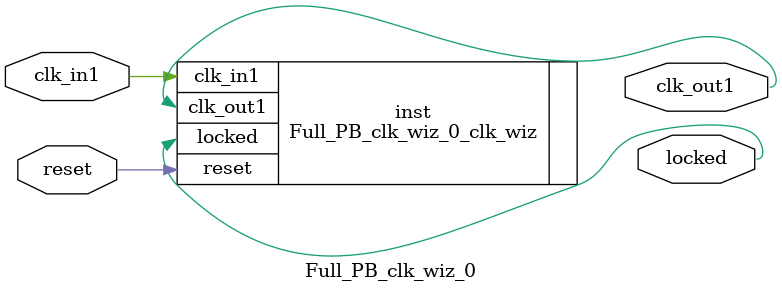
<source format=v>


`timescale 1ps/1ps

(* CORE_GENERATION_INFO = "Full_PB_clk_wiz_0,clk_wiz_v6_0_11_0_0,{component_name=Full_PB_clk_wiz_0,use_phase_alignment=true,use_min_o_jitter=false,use_max_i_jitter=false,use_dyn_phase_shift=false,use_inclk_switchover=false,use_dyn_reconfig=false,enable_axi=0,feedback_source=FDBK_AUTO,PRIMITIVE=MMCM,num_out_clk=1,clkin1_period=10.000,clkin2_period=10.000,use_power_down=false,use_reset=true,use_locked=true,use_inclk_stopped=false,feedback_type=SINGLE,CLOCK_MGR_TYPE=NA,manual_override=false}" *)

module Full_PB_clk_wiz_0 
 (
  // Clock out ports
  output        clk_out1,
  // Status and control signals
  input         reset,
  output        locked,
 // Clock in ports
  input         clk_in1
 );

  Full_PB_clk_wiz_0_clk_wiz inst
  (
  // Clock out ports  
  .clk_out1(clk_out1),
  // Status and control signals               
  .reset(reset), 
  .locked(locked),
 // Clock in ports
  .clk_in1(clk_in1)
  );

endmodule

</source>
